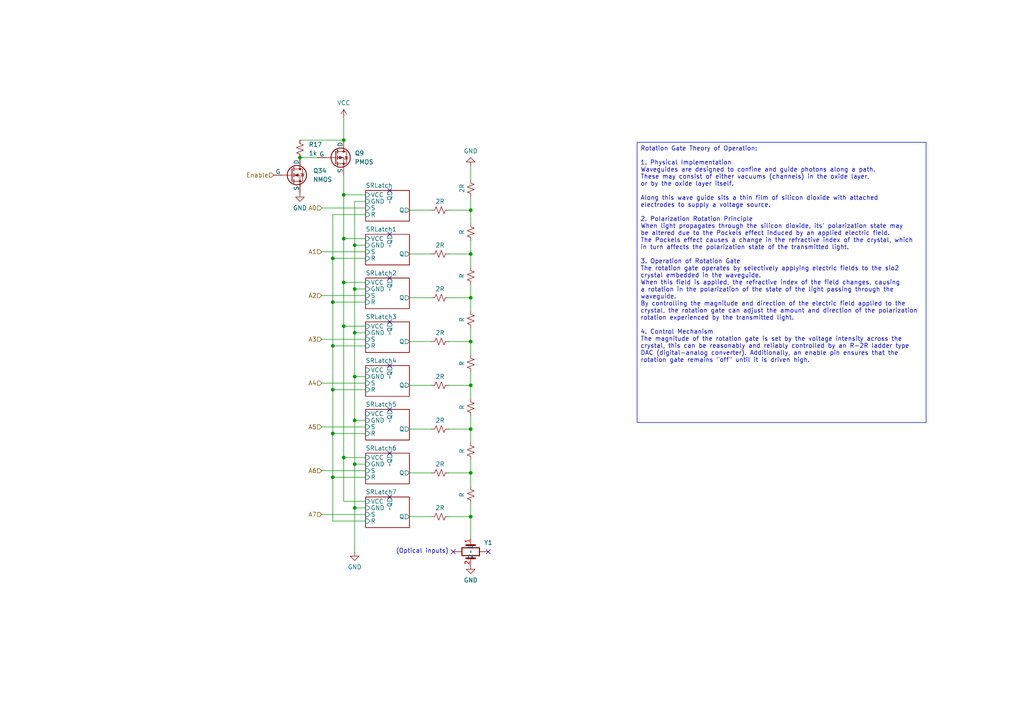
<source format=kicad_sch>
(kicad_sch (version 20230121) (generator eeschema)
  (paper "A4")
  (lib_symbols
    (symbol "Device:R_Small_US" (pin_numbers hide) (pin_names (offset 0.254) hide)
      (property "Reference" "R" (at 0.762 0.508 0))
      (property "Value" "R_Small_US" (at 0.762 -1.016 0))
      (symbol "R_Small_US_1_1"
        (polyline (pts (xy 0 0) (xy 1.016 -0.381) (xy 0 -0.762) (xy -1.016 -1.143) (xy 0 -1.524)))
        (polyline (pts (xy 0 1.524) (xy 1.016 1.143) (xy 0 0.762) (xy -1.016 0.381) (xy 0 0)))
        (pin passive line (at 0 2.54 270) (length 1.016) (name "~") (number "1"))
        (pin passive line (at 0 -2.54 90) (length 1.016) (name "~") (number "2"))
      )
    )
    (symbol "Simulation_SPICE:NMOS" (pin_numbers hide) (pin_names (offset 0))
      (property "Reference" "Q" (at 5.08 1.27 0))
      (property "Value" "NMOS" (at 5.08 -1.27 0))
      (symbol "NMOS_0_1"
        (polyline (pts (xy 0.254 0) (xy -2.54 0)))
        (polyline (pts (xy 0.254 1.905) (xy 0.254 -1.905)) (stroke (width 0.254)))
        (polyline (pts (xy 0.762 -1.27) (xy 0.762 -2.286)) (stroke (width 0.254)))
        (polyline (pts (xy 0.762 0.508) (xy 0.762 -0.508)) (stroke (width 0.254)))
        (polyline (pts (xy 0.762 2.286) (xy 0.762 1.27)) (stroke (width 0.254)))
        (polyline (pts (xy 2.54 2.54) (xy 2.54 1.778)))
        (polyline (pts (xy 2.54 -2.54) (xy 2.54 0) (xy 0.762 0)))
        (polyline (pts (xy 0.762 -1.778) (xy 3.302 -1.778) (xy 3.302 1.778) (xy 0.762 1.778)))
        (polyline (pts (xy 1.016 0) (xy 2.032 0.381) (xy 2.032 -0.381) (xy 1.016 0)) (fill (type outline)))
        (polyline (pts (xy 2.794 0.508) (xy 2.921 0.381) (xy 3.683 0.381) (xy 3.81 0.254)))
        (polyline (pts (xy 3.302 0.381) (xy 2.921 -0.254) (xy 3.683 -0.254) (xy 3.302 0.381)))
        (circle (center 1.651 0) (radius 2.794) (stroke (width 0.254)))
        (circle (center 2.54 -1.778) (radius 0.254) (fill (type outline)))
        (circle (center 2.54 1.778) (radius 0.254) (fill (type outline)))
      )
      (symbol "NMOS_1_1"
        (pin passive line (at 2.54 5.08 270) (length 2.54) (name "D") (number "1"))
        (pin input line (at -5.08 0 0) (length 2.54) (name "G") (number "2"))
        (pin passive line (at 2.54 -5.08 90) (length 2.54) (name "S") (number "3"))
      )
    )
    (symbol "Simulation_SPICE:PMOS" (pin_numbers hide) (pin_names (offset 0))
      (property "Reference" "Q" (at 5.08 1.27 0))
      (property "Value" "PMOS" (at 5.08 -1.27 0))
      (symbol "PMOS_0_1"
        (polyline (pts (xy 0.254 0) (xy -2.54 0)))
        (polyline (pts (xy 0.254 1.905) (xy 0.254 -1.905)) (stroke (width 0.254)))
        (polyline (pts (xy 0.762 -1.27) (xy 0.762 -2.286)) (stroke (width 0.254)))
        (polyline (pts (xy 0.762 0.508) (xy 0.762 -0.508)) (stroke (width 0.254)))
        (polyline (pts (xy 0.762 2.286) (xy 0.762 1.27)) (stroke (width 0.254)))
        (polyline (pts (xy 2.54 2.54) (xy 2.54 1.778)))
        (polyline (pts (xy 2.54 -2.54) (xy 2.54 0) (xy 0.762 0)))
        (polyline (pts (xy 0.762 1.778) (xy 3.302 1.778) (xy 3.302 -1.778) (xy 0.762 -1.778)))
        (polyline (pts (xy 2.286 0) (xy 1.27 0.381) (xy 1.27 -0.381) (xy 2.286 0)) (fill (type outline)))
        (polyline (pts (xy 2.794 -0.508) (xy 2.921 -0.381) (xy 3.683 -0.381) (xy 3.81 -0.254)))
        (polyline (pts (xy 3.302 -0.381) (xy 2.921 0.254) (xy 3.683 0.254) (xy 3.302 -0.381)))
        (circle (center 1.651 0) (radius 2.794) (stroke (width 0.254)))
        (circle (center 2.54 -1.778) (radius 0.254) (fill (type outline)))
        (circle (center 2.54 1.778) (radius 0.254) (fill (type outline)))
      )
      (symbol "PMOS_1_1"
        (pin passive line (at 2.54 5.08 270) (length 2.54) (name "D") (number "1"))
        (pin input line (at -5.08 0 0) (length 2.54) (name "G") (number "2"))
        (pin passive line (at 2.54 -5.08 90) (length 2.54) (name "S") (number "3"))
      )
    )
    (symbol "photonic_structures:SiO2_Crystal"
      (property "Reference" "Y" (at 0 0 0))
      (symbol "SiO2_Crystal_0_1"
        (rectangle (start -1.143 2.54) (end 1.143 -2.54) (stroke (width 0.3048)))
        (polyline (pts (xy -2.54 0) (xy -1.905 0)))
        (polyline (pts (xy -1.905 -1.27) (xy -1.905 1.27)) (stroke (width 0.508)))
        (polyline (pts (xy 1.905 -1.27) (xy 1.905 1.27)) (stroke (width 0.508)))
        (polyline (pts (xy 2.54 0) (xy 1.905 0)))
      )
      (symbol "SiO2_Crystal_1_1"
        (pin bidirectional line (at 0 -5.08 90) (length 2.54) (name "") (number ""))
        (pin bidirectional line (at 0 5.08 270) (length 2.54) (name "") (number ""))
        (pin passive line (at -3.81 0 0) (length 1.27) (name "1") (number "1"))
        (pin passive line (at 3.81 0 180) (length 1.27) (name "2") (number "2"))
      )
    )
    (symbol "power:GND" (power) (pin_names (offset 0))
      (property "Value" "GND" (at 0 -3.81 0))
      (symbol "GND_0_1"
        (polyline (pts (xy 0 0) (xy 0 -1.27) (xy 1.27 -1.27) (xy 0 -2.54) (xy -1.27 -1.27) (xy 0 -1.27)))
      )
      (symbol "GND_1_1"
        (pin power_in line (at 0 0 270) (length 0) hide (name "GND") (number "1"))
      )
    )
    (symbol "power:VCC" (power) (pin_names (offset 0))
      (property "Value" "VCC" (at 0 3.81 0))
      (symbol "VCC_0_1"
        (polyline (pts (xy -0.762 1.27) (xy 0 2.54)))
        (polyline (pts (xy 0 0) (xy 0 2.54)))
        (polyline (pts (xy 0 2.54) (xy 0.762 1.27)))
      )
      (symbol "VCC_1_1"
        (pin power_in line (at 0 0 90) (length 0) hide (name "VCC") (number "1"))
      )
    )
  )
  (junction (at 99.695 69.215))
  (junction (at 136.525 60.96))
  (junction (at 102.87 134.62))
  (junction (at 102.87 147.32))
  (junction (at 136.525 149.86))
  (junction (at 102.87 121.92))
  (junction (at 136.525 124.46))
  (junction (at 102.87 83.82))
  (junction (at 96.52 113.03))
  (junction (at 136.525 111.76))
  (junction (at 96.52 125.73))
  (junction (at 99.695 56.515))
  (junction (at 102.87 96.52))
  (junction (at 99.695 40.64))
  (junction (at 102.87 71.12))
  (junction (at 96.52 87.63))
  (junction (at 96.52 100.33))
  (junction (at 136.525 137.16))
  (junction (at 136.525 86.36))
  (junction (at 96.52 138.43))
  (junction (at 99.695 94.615))
  (junction (at 99.695 132.715))
  (junction (at 136.525 99.06))
  (junction (at 99.695 81.915))
  (junction (at 102.87 109.22))
  (junction (at 96.52 74.93))
  (junction (at 136.525 73.66))
  (junction (at 86.995 45.72))
  (no_connect (at 131.445 160.02))
  (no_connect (at 113.03 118.745))
  (no_connect (at 113.03 67.945))
  (no_connect (at 113.03 93.345))
  (no_connect (at 113.03 131.445))
  (no_connect (at 113.03 55.245))
  (no_connect (at 113.03 80.645))
  (no_connect (at 141.605 160.02))
  (no_connect (at 113.03 144.145))
  (no_connect (at 113.03 106.045))
  (wire (pts (xy 99.695 56.515) (xy 99.695 69.215)))
  (wire (pts (xy 136.525 82.55) (xy 136.525 86.36)))
  (wire (pts (xy 93.345 60.325) (xy 106.045 60.325)))
  (wire (pts (xy 96.52 87.63) (xy 96.52 100.33)))
  (wire (pts (xy 93.345 85.725) (xy 106.045 85.725)))
  (wire (pts (xy 99.695 94.615) (xy 106.045 94.615)))
  (wire (pts (xy 86.995 45.72) (xy 92.075 45.72)))
  (wire (pts (xy 102.87 121.92) (xy 102.87 134.62)))
  (wire (pts (xy 93.345 73.025) (xy 106.045 73.025)))
  (wire (pts (xy 136.525 149.86) (xy 136.525 156.21)))
  (wire (pts (xy 96.52 100.33) (xy 106.045 100.33)))
  (wire (pts (xy 102.87 109.22) (xy 102.87 121.92)))
  (wire (pts (xy 96.52 138.43) (xy 106.045 138.43)))
  (wire (pts (xy 99.695 69.215) (xy 99.695 81.915)))
  (wire (pts (xy 102.87 147.32) (xy 106.045 147.32)))
  (wire (pts (xy 96.52 74.93) (xy 96.52 87.63)))
  (wire (pts (xy 130.175 99.06) (xy 136.525 99.06)))
  (wire (pts (xy 99.695 132.715) (xy 106.045 132.715)))
  (wire (pts (xy 102.87 109.22) (xy 106.045 109.22)))
  (wire (pts (xy 99.695 81.915) (xy 99.695 94.615)))
  (wire (pts (xy 136.525 111.76) (xy 136.525 115.57)))
  (wire (pts (xy 136.525 48.26) (xy 136.525 52.07)))
  (wire (pts (xy 102.87 83.82) (xy 106.045 83.82)))
  (wire (pts (xy 136.525 99.06) (xy 136.525 102.87)))
  (wire (pts (xy 96.52 113.03) (xy 96.52 125.73)))
  (wire (pts (xy 136.525 73.66) (xy 136.525 77.47)))
  (wire (pts (xy 102.87 71.12) (xy 102.87 83.82)))
  (wire (pts (xy 96.52 62.23) (xy 106.045 62.23)))
  (wire (pts (xy 118.745 86.36) (xy 125.095 86.36)))
  (wire (pts (xy 99.695 81.915) (xy 106.045 81.915)))
  (wire (pts (xy 102.87 134.62) (xy 102.87 147.32)))
  (wire (pts (xy 118.745 111.76) (xy 125.095 111.76)))
  (wire (pts (xy 118.745 99.06) (xy 125.095 99.06)))
  (wire (pts (xy 96.52 113.03) (xy 106.045 113.03)))
  (wire (pts (xy 136.525 60.96) (xy 136.525 64.77)))
  (wire (pts (xy 130.175 73.66) (xy 136.525 73.66)))
  (wire (pts (xy 102.87 71.12) (xy 106.045 71.12)))
  (wire (pts (xy 136.525 137.16) (xy 136.525 140.97)))
  (wire (pts (xy 102.87 147.32) (xy 102.87 160.02)))
  (wire (pts (xy 99.695 132.715) (xy 99.695 145.415)))
  (wire (pts (xy 118.745 73.66) (xy 125.095 73.66)))
  (wire (pts (xy 130.175 124.46) (xy 136.525 124.46)))
  (wire (pts (xy 136.525 57.15) (xy 136.525 60.96)))
  (wire (pts (xy 102.87 58.42) (xy 106.045 58.42)))
  (wire (pts (xy 93.345 123.825) (xy 106.045 123.825)))
  (wire (pts (xy 86.995 40.64) (xy 99.695 40.64)))
  (wire (pts (xy 118.745 60.96) (xy 125.095 60.96)))
  (wire (pts (xy 93.345 149.225) (xy 106.045 149.225)))
  (wire (pts (xy 136.525 86.36) (xy 136.525 90.17)))
  (wire (pts (xy 130.175 86.36) (xy 136.525 86.36)))
  (wire (pts (xy 102.87 83.82) (xy 102.87 96.52)))
  (wire (pts (xy 96.52 62.23) (xy 96.52 74.93)))
  (wire (pts (xy 130.175 111.76) (xy 136.525 111.76)))
  (wire (pts (xy 136.525 146.05) (xy 136.525 149.86)))
  (wire (pts (xy 136.525 120.65) (xy 136.525 124.46)))
  (wire (pts (xy 99.695 34.29) (xy 99.695 40.64)))
  (wire (pts (xy 96.52 151.13) (xy 106.045 151.13)))
  (wire (pts (xy 96.52 125.73) (xy 96.52 138.43)))
  (wire (pts (xy 102.87 96.52) (xy 106.045 96.52)))
  (wire (pts (xy 102.87 121.92) (xy 106.045 121.92)))
  (wire (pts (xy 136.525 95.25) (xy 136.525 99.06)))
  (wire (pts (xy 99.695 69.215) (xy 106.045 69.215)))
  (wire (pts (xy 99.695 56.515) (xy 106.045 56.515)))
  (wire (pts (xy 93.345 136.525) (xy 106.045 136.525)))
  (wire (pts (xy 136.525 107.95) (xy 136.525 111.76)))
  (wire (pts (xy 136.525 124.46) (xy 136.525 128.27)))
  (wire (pts (xy 118.745 149.86) (xy 125.095 149.86)))
  (wire (pts (xy 130.175 60.96) (xy 136.525 60.96)))
  (wire (pts (xy 99.695 50.8) (xy 99.695 56.515)))
  (wire (pts (xy 96.52 138.43) (xy 96.52 151.13)))
  (wire (pts (xy 118.745 124.46) (xy 125.095 124.46)))
  (wire (pts (xy 136.525 133.35) (xy 136.525 137.16)))
  (wire (pts (xy 102.87 134.62) (xy 106.045 134.62)))
  (wire (pts (xy 96.52 87.63) (xy 106.045 87.63)))
  (wire (pts (xy 96.52 100.33) (xy 96.52 113.03)))
  (wire (pts (xy 93.345 111.125) (xy 106.045 111.125)))
  (wire (pts (xy 93.345 98.425) (xy 106.045 98.425)))
  (wire (pts (xy 102.87 96.52) (xy 102.87 109.22)))
  (wire (pts (xy 130.175 149.86) (xy 136.525 149.86)))
  (wire (pts (xy 102.87 58.42) (xy 102.87 71.12)))
  (wire (pts (xy 96.52 125.73) (xy 106.045 125.73)))
  (wire (pts (xy 136.525 69.85) (xy 136.525 73.66)))
  (wire (pts (xy 99.695 145.415) (xy 106.045 145.415)))
  (wire (pts (xy 130.175 137.16) (xy 136.525 137.16)))
  (wire (pts (xy 118.745 137.16) (xy 125.095 137.16)))
  (wire (pts (xy 96.52 74.93) (xy 106.045 74.93)))
  (wire (pts (xy 99.695 94.615) (xy 99.695 132.715)))
  (text_box "Rotation Gate Theory of Operation:\n\n1. Physical Implementation\nWaveguides are designed to confine and guide photons along a path.\nThese may consist of either vacuums (channels) in the oxide layer,\nor by the oxide layer itself.\n\nAlong this wave guide sits a thin film of silicon dioxide with attached\nelectrodes to supply a voltage source.\n\n2. Polarization Rotation Principle\nWhen light propagates through the silicon dioxide, its' polarization state may\nbe altered due to the Pockels effect induced by an applied electric field.\nThe Pockels effect causes a change in the refractive index of the crystal, which\nin turn affects the polarization state of the transmitted light.\n\n3. Operation of Rotation Gate\nThe rotation gate operates by selectively applying electric fields to the sio2\ncrystal embedded in the waveguide.\nWhen this field is applied, the refractive index of the field changes, causing\na rotation in the polarization of the state of the light passing through the\nwaveguide.\nBy controlling the magnitude and direction of the electric field applied to the\ncrystal, the rotation gate can adjust the amount and direction of the polarization\nrotation experienced by the transmitted light.\n\n4. Control Mechanism\nThe magnitude of the rotation gate is set by the voltage intensity across the\ncrystal, this can be reasonably and reliably controlled by an R-2R ladder type\nDAC (digital-analog converter). Additionally, an enable pin ensures that the\nrotation gate remains \"off\" until it is driven high." (at 184.785 41.275 0) (size 83.82 81.28) (effects (font (size 1.27 1.27)) (justify left top)))
  (text "(Optical inputs)" (at 130.175 160.655 0) (effects (font (size 1.27 1.27)) (justify right bottom)))
  (hierarchical_label "A0" (shape input) (at 93.345 60.325 180))
  (hierarchical_label "Enable" (shape input) (at 79.375 50.8 180))
  (hierarchical_label "A6" (shape input) (at 93.345 136.525 180))
  (hierarchical_label "A7" (shape input) (at 93.345 149.225 180))
  (hierarchical_label "A3" (shape input) (at 93.345 98.425 180))
  (hierarchical_label "A4" (shape input) (at 93.345 111.125 180))
  (hierarchical_label "A5" (shape input) (at 93.345 123.825 180))
  (hierarchical_label "A1" (shape input) (at 93.345 73.025 180))
  (hierarchical_label "A2" (shape input) (at 93.345 85.725 180))
  (symbol (lib_id "Device:R_Small_US") (at 136.525 105.41 180) (unit 1)
    (property "Reference" "R13" (effects hide))
    (property "Value" "R" (at 133.985 105.41 90))
  )
  (symbol (lib_id "Device:R_Small_US") (at 136.525 118.11 180) (unit 1)
    (property "Reference" "R14" (effects hide))
    (property "Value" "R" (at 133.985 118.11 90))
  )
  (symbol (lib_id "Simulation_SPICE:PMOS") (at 97.155 45.72 0) (unit 1)
    (property "Reference" "Q9" (at 102.87 44.45 0) (effects (justify left)))
    (property "Value" "PMOS" (at 102.87 46.99 0) (effects (justify left)))
    (property "Datasheet" "https://ngspice.sourceforge.io/docs/ngspice-manual.pdf" (effects hide))
    (property "Sim.Device" "PMOS" (effects hide))
    (property "Sim.Type" "VDMOS" (effects hide))
    (property "Sim.Pins" "1=D 2=G 3=S" (effects hide))
  )
  (symbol (lib_id "Device:R_Small_US") (at 136.525 143.51 180) (unit 1)
    (property "Reference" "R16" (effects hide))
    (property "Value" "R" (at 133.985 143.51 90))
  )
  (symbol (lib_id "power:VCC") (at 99.695 34.29 0) (unit 1)
    (property "Reference" "#PWR07" (effects hide))
    (property "Value" "VCC" (at 99.695 29.845 0))
  )
  (symbol (lib_id "Device:R_Small_US") (at 86.995 43.18 0) (unit 1)
    (property "Reference" "R17" (at 89.535 41.91 0) (effects (justify left)))
    (property "Value" "1k" (at 89.535 44.45 0) (effects (justify left)))
  )
  (symbol (lib_id "Simulation_SPICE:NMOS") (at 84.455 50.8 0) (unit 1)
    (property "Reference" "Q34" (at 90.805 49.53 0) (effects (justify left)))
    (property "Value" "NMOS" (at 90.805 52.07 0) (effects (justify left)))
    (property "Datasheet" "https://ngspice.sourceforge.io/docs/ngspice-manual.pdf" (effects hide))
    (property "Sim.Device" "NMOS" (effects hide))
    (property "Sim.Type" "VDMOS" (effects hide))
    (property "Sim.Pins" "1=D 2=G 3=S" (effects hide))
  )
  (symbol (lib_id "Device:R_Small_US") (at 127.635 73.66 90) (unit 1)
    (property "Reference" "R3" (effects hide))
    (property "Value" "2R" (at 127.635 71.12 90))
  )
  (symbol (lib_id "Device:R_Small_US") (at 127.635 149.86 90) (unit 1)
    (property "Reference" "R9" (effects hide))
    (property "Value" "2R" (at 127.635 147.32 90))
  )
  (symbol (lib_id "Device:R_Small_US") (at 127.635 86.36 90) (unit 1)
    (property "Reference" "R4" (effects hide))
    (property "Value" "2R" (at 127.635 83.82 90))
  )
  (symbol (lib_id "Device:R_Small_US") (at 136.525 92.71 180) (unit 1)
    (property "Reference" "R12" (effects hide))
    (property "Value" "R" (at 133.985 92.71 90))
  )
  (symbol (lib_id "Device:R_Small_US") (at 136.525 54.61 180) (unit 1)
    (property "Reference" "R20" (effects hide))
    (property "Value" "2R" (at 133.985 54.61 90))
  )
  (symbol (lib_id "Device:R_Small_US") (at 136.525 67.31 180) (unit 1)
    (property "Reference" "R18" (effects hide))
    (property "Value" "R" (at 133.985 67.31 90))
  )
  (symbol (lib_id "Device:R_Small_US") (at 127.635 137.16 90) (unit 1)
    (property "Reference" "R8" (effects hide))
    (property "Value" "2R" (at 127.635 134.62 90))
  )
  (symbol (lib_id "Device:R_Small_US") (at 127.635 124.46 90) (unit 1)
    (property "Reference" "R7" (effects hide))
    (property "Value" "2R" (at 127.635 121.92 90))
  )
  (symbol (lib_id "photonic_structures:SiO2_Crystal") (at 136.525 160.02 270) (unit 1)
    (property "Reference" "Y1" (at 141.605 157.3783 90))
    (property "Value" "~" (at 136.525 160.02 0))
  )
  (symbol (lib_id "Device:R_Small_US") (at 136.525 80.01 180) (unit 1)
    (property "Reference" "R10" (effects hide))
    (property "Value" "R" (at 133.985 80.01 90))
  )
  (symbol (lib_id "power:GND") (at 136.525 48.26 180) (unit 1)
    (property "Reference" "#PWR09" (effects hide))
    (property "Value" "GND" (at 136.525 43.815 0))
  )
  (symbol (lib_id "Device:R_Small_US") (at 136.525 130.81 180) (unit 1)
    (property "Reference" "R15" (effects hide))
    (property "Value" "R" (at 133.985 130.81 90))
  )
  (symbol (lib_id "power:GND") (at 102.87 160.02 0) (unit 1)
    (property "Reference" "#PWR018" (effects hide))
    (property "Value" "GND" (at 102.87 164.465 0))
  )
  (symbol (lib_id "power:GND") (at 136.525 163.83 0) (unit 1)
    (property "Reference" "#PWR08" (effects hide))
    (property "Value" "GND" (at 136.525 168.275 0))
  )
  (symbol (lib_id "Device:R_Small_US") (at 127.635 60.96 90) (unit 1)
    (property "Reference" "R11" (effects hide))
    (property "Value" "2R" (at 127.635 58.42 90))
  )
  (symbol (lib_id "power:GND") (at 86.995 55.88 0) (unit 1)
    (property "Reference" "#PWR019" (effects hide))
    (property "Value" "GND" (at 86.995 60.325 0))
  )
  (symbol (lib_id "Device:R_Small_US") (at 127.635 111.76 90) (unit 1)
    (property "Reference" "R6" (effects hide))
    (property "Value" "2R" (at 127.635 109.22 90))
  )
  (symbol (lib_id "Device:R_Small_US") (at 127.635 99.06 90) (unit 1)
    (property "Reference" "R5" (effects hide))
    (property "Value" "2R" (at 127.635 96.52 90))
  )
  (sheet (at 106.045 131.445) (size 12.7 8.89) (stroke (width 0.1524))
    (property "Sheetname" "SRLatch6" (at 106.045 130.7334 0) (effects (justify left bottom)))
    (property "Sheetfile" "SRLatch.kicad_sch" (effects hide))
    (pin "S" input (at 106.045 136.525 180))
    (pin "R" input (at 106.045 138.43 180))
    (pin "Q" output (at 118.745 137.16 0))
    (pin "~Q" output (at 113.03 131.445 90))
    (pin "GND" input (at 106.045 134.62 180))
    (pin "VCC" input (at 106.045 132.715 180))
  )
  (sheet (at 106.045 144.145) (size 12.7 8.89) (stroke (width 0.1524))
    (property "Sheetname" "SRLatch7" (at 106.045 143.4334 0) (effects (justify left bottom)))
    (property "Sheetfile" "SRLatch.kicad_sch" (effects hide))
    (pin "S" input (at 106.045 149.225 180))
    (pin "R" input (at 106.045 151.13 180))
    (pin "Q" output (at 118.745 149.86 0))
    (pin "~Q" output (at 113.03 144.145 90))
    (pin "GND" input (at 106.045 147.32 180))
    (pin "VCC" input (at 106.045 145.415 180))
  )
  (sheet (at 106.045 55.245) (size 12.7 8.89) (stroke (width 0.1524))
    (property "Sheetname" "SRLatch" (at 106.045 54.5334 0) (effects (justify left bottom)))
    (property "Sheetfile" "SRLatch.kicad_sch" (effects hide))
    (pin "S" input (at 106.045 60.325 180))
    (pin "R" input (at 106.045 62.23 180))
    (pin "Q" output (at 118.745 60.96 0))
    (pin "~Q" output (at 113.03 55.245 90))
    (pin "GND" input (at 106.045 58.42 180))
    (pin "VCC" input (at 106.045 56.515 180))
  )
  (sheet (at 106.045 93.345) (size 12.7 8.89) (stroke (width 0.1524))
    (property "Sheetname" "SRLatch3" (at 106.045 92.6334 0) (effects (justify left bottom)))
    (property "Sheetfile" "SRLatch.kicad_sch" (effects hide))
    (pin "S" input (at 106.045 98.425 180))
    (pin "R" input (at 106.045 100.33 180))
    (pin "Q" output (at 118.745 99.06 0))
    (pin "~Q" output (at 113.03 93.345 90))
    (pin "GND" input (at 106.045 96.52 180))
    (pin "VCC" input (at 106.045 94.615 180))
  )
  (sheet (at 106.045 106.045) (size 12.7 8.89) (stroke (width 0.1524))
    (property "Sheetname" "SRLatch4" (at 106.045 105.3334 0) (effects (justify left bottom)))
    (property "Sheetfile" "SRLatch.kicad_sch" (effects hide))
    (pin "S" input (at 106.045 111.125 180))
    (pin "R" input (at 106.045 113.03 180))
    (pin "Q" output (at 118.745 111.76 0))
    (pin "~Q" output (at 113.03 106.045 90))
    (pin "GND" input (at 106.045 109.22 180))
    (pin "VCC" input (at 106.045 107.315 180))
  )
  (sheet (at 106.045 80.645) (size 12.7 8.89) (stroke (width 0.1524))
    (property "Sheetname" "SRLatch2" (at 106.045 79.9334 0) (effects (justify left bottom)))
    (property "Sheetfile" "SRLatch.kicad_sch" (effects hide))
    (pin "S" input (at 106.045 85.725 180))
    (pin "R" input (at 106.045 87.63 180))
    (pin "Q" output (at 118.745 86.36 0))
    (pin "~Q" output (at 113.03 80.645 90))
    (pin "GND" input (at 106.045 83.82 180))
    (pin "VCC" input (at 106.045 81.915 180))
  )
  (sheet (at 106.045 67.945) (size 12.7 8.89) (stroke (width 0.1524))
    (property "Sheetname" "SRLatch1" (at 106.045 67.2334 0) (effects (justify left bottom)))
    (property "Sheetfile" "SRLatch.kicad_sch" (effects hide))
    (pin "S" input (at 106.045 73.025 180))
    (pin "R" input (at 106.045 74.93 180))
    (pin "Q" output (at 118.745 73.66 0))
    (pin "~Q" output (at 113.03 67.945 90))
    (pin "GND" input (at 106.045 71.12 180))
    (pin "VCC" input (at 106.045 69.215 180))
  )
  (sheet (at 106.045 118.745) (size 12.7 8.89) (stroke (width 0.1524))
    (property "Sheetname" "SRLatch5" (at 106.045 118.0334 0) (effects (justify left bottom)))
    (property "Sheetfile" "SRLatch.kicad_sch" (effects hide))
    (pin "S" input (at 106.045 123.825 180))
    (pin "R" input (at 106.045 125.73 180))
    (pin "Q" output (at 118.745 124.46 0))
    (pin "~Q" output (at 113.03 118.745 90))
    (pin "GND" input (at 106.045 121.92 180))
    (pin "VCC" input (at 106.045 120.015 180))
  )
)
</source>
